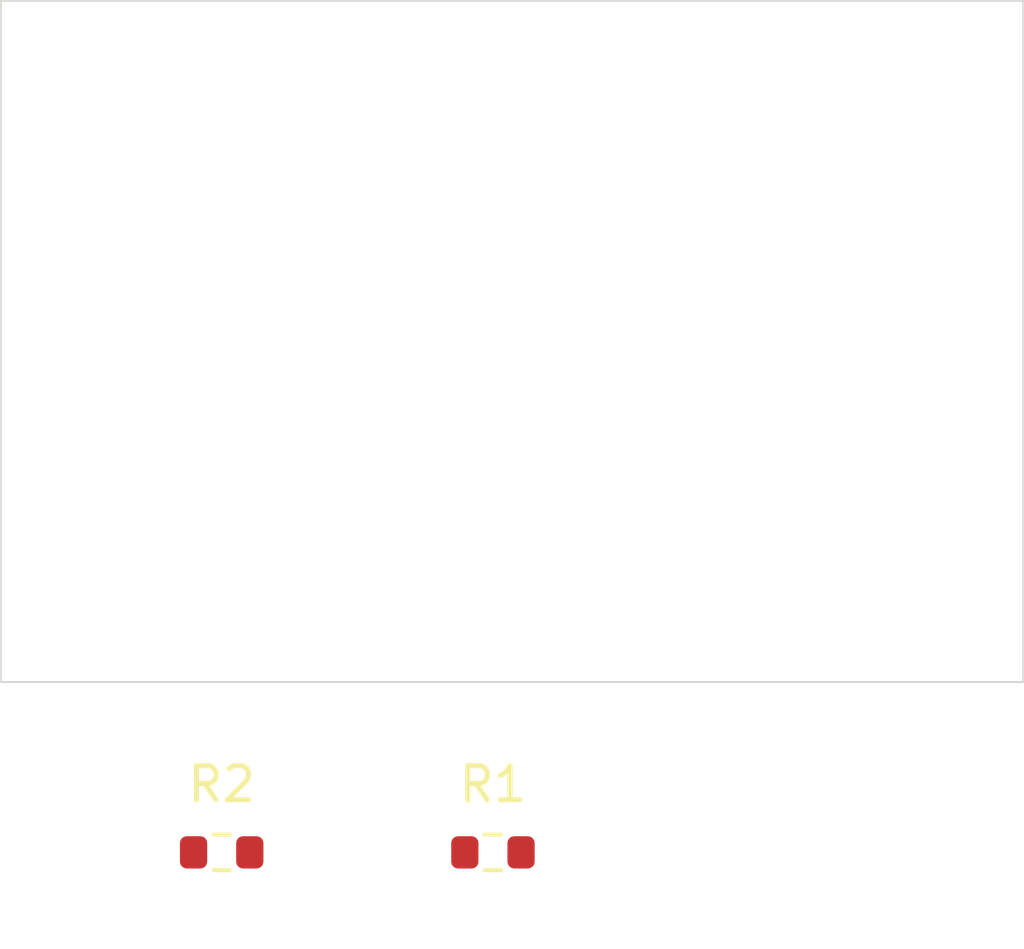
<source format=kicad_pcb>
(kicad_pcb (version 20241229) (generator "pcbnew") (generator_version "9.0")
  (layers (0 "F.Cu" signal) (2 "B.Cu" signal) (13 "F.Paste" user) (15 "B.Paste" user) (5 "F.SilkS" user "F.Silkscreen") (7 "B.SilkS" user "B.Silkscreen") (1 "F.Mask" user) (3 "B.Mask" user) (25 "Edge.Cuts" user))
  (net 0 "")
  (footprint "Resistor_SMD:R_0603_1608Metric" (layer "F.Cu") (at 6.479999999999997 25.0)
    (property "Reference" "R2" (at 0 -2 0) (layer "F.SilkS") (effects (font (size 1.0 1.0))))
    (property "Value" "10k")
    (fp_line (start -0.237258 -0.5225) (end 0.237258 -0.5225) (stroke (width 0.12)) (layer "F.SilkS"))
    (fp_line (start -0.237258 0.5225) (end 0.237258 0.5225) (stroke (width 0.12)) (layer "F.SilkS"))
    (pad "1" smd roundrect (at -0.825 0.0) (size 0.8 0.95) (layers "F.Cu" "F.Mask" "F.Paste"))
    (pad "2" smd roundrect (at 0.825 0.0) (size 0.8 0.95) (layers "F.Cu" "F.Mask" "F.Paste"))
  )
  (footprint "Resistor_SMD:R_0603_1608Metric" (layer "F.Cu") (at 14.43999999999999 25.0)
    (property "Reference" "R1" (at 0 -2 0) (layer "F.SilkS") (effects (font (size 1.0 1.0))))
    (property "Value" "10k")
    (fp_line (start -0.237258 -0.5225) (end 0.237258 -0.5225) (stroke (width 0.12)) (layer "F.SilkS"))
    (fp_line (start -0.237258 0.5225) (end 0.237258 0.5225) (stroke (width 0.12)) (layer "F.SilkS"))
    (pad "1" smd roundrect (at -0.825 0.0) (size 0.8 0.95) (layers "F.Cu" "F.Mask" "F.Paste"))
    (pad "2" smd roundrect (at 0.825 0.0) (size 0.8 0.95) (layers "F.Cu" "F.Mask" "F.Paste"))
  )
  (gr_rect (start 0 0) (end 30.0 20.0) (stroke (width 0.05)) (fill no) (layer "Edge.Cuts"))
)
</source>
